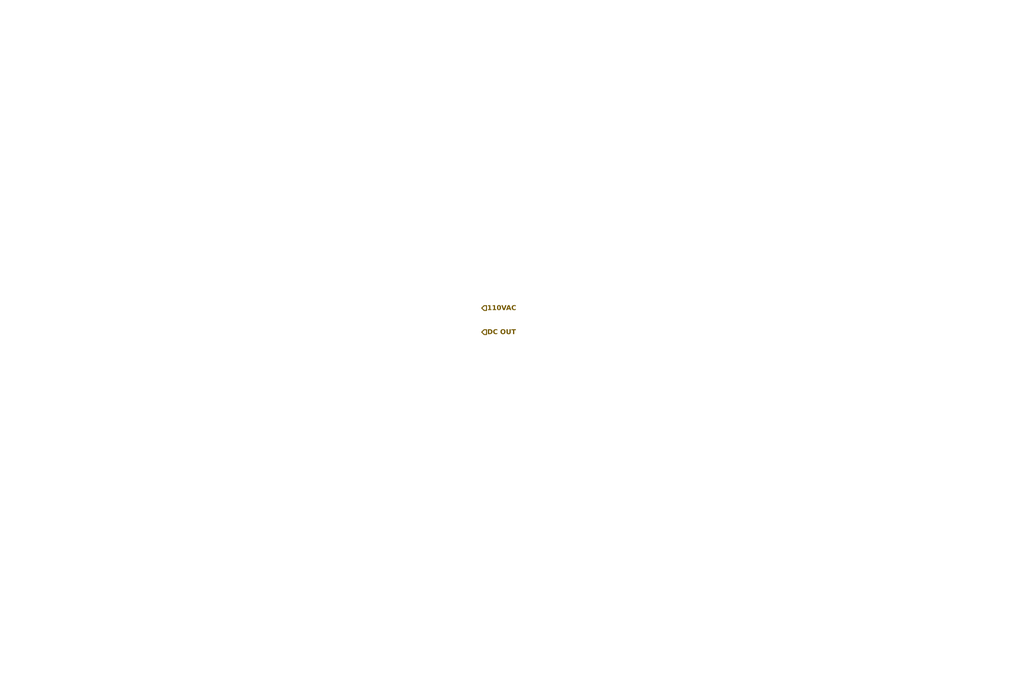
<source format=kicad_sch>
(kicad_sch
	(version 20240101)
	(generator "eeschema")
	(generator_version "8.99")
	(uuid "9656877e-9947-4465-b8a7-40790b2fc774")
	(paper "User" 270 180)
	(lib_symbols)
	(hierarchical_label "110VAC"
		(shape input)
		(at 127 81.28 0)
		(fields_autoplaced yes)
		(effects
			(font
				(face "JetBrains Mono")
				(size 1.27 1.27)
				(thickness 0.254)
				(bold yes)
			)
			(justify left)
		)
		(uuid "1be9d5f4-0ca6-427a-b675-c19e060a8574")
	)
	(hierarchical_label "DC OUT"
		(shape input)
		(at 127 87.63 0)
		(fields_autoplaced yes)
		(effects
			(font
				(face "JetBrains Mono")
				(size 1.27 1.27)
				(thickness 0.254)
				(bold yes)
			)
			(justify left)
		)
		(uuid "a8a6402c-1511-4dd1-8f11-620e7c75baf9")
	)
)
</source>
